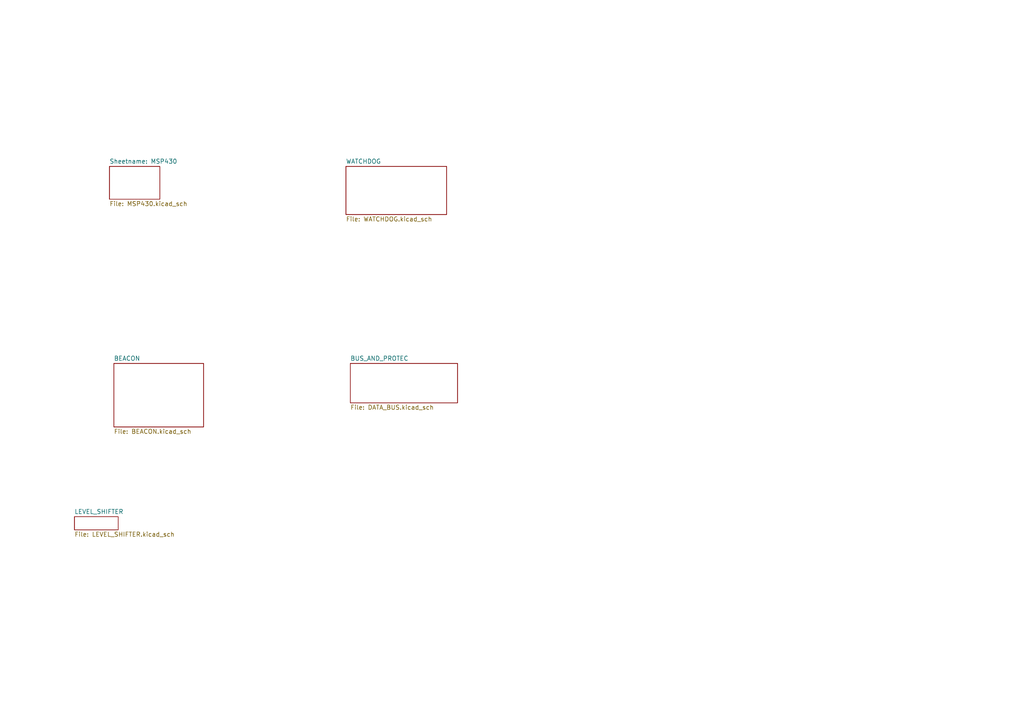
<source format=kicad_sch>
(kicad_sch
	(version 20231120)
	(generator "eeschema")
	(generator_version "8.0")
	(uuid "04a95c0c-1f2d-49e4-8823-3428ac263eb8")
	(paper "A4")
	(lib_symbols)
	(sheet
		(at 31.75 48.26)
		(size 14.605 9.525)
		(fields_autoplaced yes)
		(stroke
			(width 0.1524)
			(type solid)
		)
		(fill
			(color 0 0 0 0.0000)
		)
		(uuid "29b19617-a0de-4dbb-a0d0-bdecf21ca8e4")
		(property "Sheetname" "MSP430"
			(at 31.75 47.5484 0)
			(show_name yes)
			(effects
				(font
					(size 1.27 1.27)
				)
				(justify left bottom)
			)
		)
		(property "Sheetfile" "MSP430.kicad_sch"
			(at 31.75 58.3696 0)
			(effects
				(font
					(size 1.27 1.27)
				)
				(justify left top)
			)
		)
		(instances
			(project "PCB 2 MSP430 BUSMONITOR BEACON WATCHDOG DBUS PROTEC"
				(path "/04a95c0c-1f2d-49e4-8823-3428ac263eb8"
					(page "2")
				)
			)
		)
	)
	(sheet
		(at 21.59 149.86)
		(size 12.7 3.81)
		(fields_autoplaced yes)
		(stroke
			(width 0.1524)
			(type solid)
		)
		(fill
			(color 0 0 0 0.0000)
		)
		(uuid "55fc4a53-fbca-4483-b7a5-592bfe8034c3")
		(property "Sheetname" "LEVEL_SHIFTER"
			(at 21.59 149.1484 0)
			(effects
				(font
					(size 1.27 1.27)
				)
				(justify left bottom)
			)
		)
		(property "Sheetfile" "LEVEL_SHIFTER.kicad_sch"
			(at 21.59 154.2546 0)
			(effects
				(font
					(size 1.27 1.27)
				)
				(justify left top)
			)
		)
		(instances
			(project "PCB 2 MSP430 BUSMONITOR BEACON WATCHDOG DBUS PROTEC"
				(path "/04a95c0c-1f2d-49e4-8823-3428ac263eb8"
					(page "8")
				)
			)
		)
	)
	(sheet
		(at 33.02 105.41)
		(size 26.035 18.415)
		(fields_autoplaced yes)
		(stroke
			(width 0.1524)
			(type solid)
		)
		(fill
			(color 0 0 0 0.0000)
		)
		(uuid "c1c17ac6-111a-4d1f-bf6a-2db34c700432")
		(property "Sheetname" "BEACON"
			(at 33.02 104.6984 0)
			(effects
				(font
					(size 1.27 1.27)
				)
				(justify left bottom)
			)
		)
		(property "Sheetfile" "BEACON.kicad_sch"
			(at 33.02 124.4096 0)
			(effects
				(font
					(size 1.27 1.27)
				)
				(justify left top)
			)
		)
		(instances
			(project "PCB 2 MSP430 BUSMONITOR BEACON WATCHDOG DBUS PROTEC"
				(path "/04a95c0c-1f2d-49e4-8823-3428ac263eb8"
					(page "3")
				)
			)
		)
	)
	(sheet
		(at 101.6 105.41)
		(size 31.115 11.43)
		(fields_autoplaced yes)
		(stroke
			(width 0.1524)
			(type solid)
		)
		(fill
			(color 0 0 0 0.0000)
		)
		(uuid "d27be3f9-6033-4951-9896-36f1138da046")
		(property "Sheetname" "BUS_AND_PROTEC"
			(at 101.6 104.6984 0)
			(effects
				(font
					(size 1.27 1.27)
				)
				(justify left bottom)
			)
		)
		(property "Sheetfile" "DATA_BUS.kicad_sch"
			(at 101.6 117.4246 0)
			(effects
				(font
					(size 1.27 1.27)
				)
				(justify left top)
			)
		)
		(property "Field2" ""
			(at 101.6 105.41 0)
			(effects
				(font
					(size 1.27 1.27)
				)
				(hide yes)
			)
		)
		(instances
			(project "PCB 2 MSP430 BUSMONITOR BEACON WATCHDOG DBUS PROTEC"
				(path "/04a95c0c-1f2d-49e4-8823-3428ac263eb8"
					(page "5")
				)
			)
		)
	)
	(sheet
		(at 100.33 48.26)
		(size 29.21 13.97)
		(fields_autoplaced yes)
		(stroke
			(width 0.1524)
			(type solid)
		)
		(fill
			(color 0 0 0 0.0000)
		)
		(uuid "e1e4a250-dfe0-434b-9772-2ee5cbdca3c6")
		(property "Sheetname" "WATCHDOG"
			(at 100.33 47.5484 0)
			(effects
				(font
					(size 1.27 1.27)
				)
				(justify left bottom)
			)
		)
		(property "Sheetfile" "WATCHDOG.kicad_sch"
			(at 100.33 62.8146 0)
			(effects
				(font
					(size 1.27 1.27)
				)
				(justify left top)
			)
		)
		(instances
			(project "PCB 2 MSP430 BUSMONITOR BEACON WATCHDOG DBUS PROTEC"
				(path "/04a95c0c-1f2d-49e4-8823-3428ac263eb8"
					(page "4")
				)
			)
		)
	)
	(sheet_instances
		(path "/"
			(page "1")
		)
	)
)

</source>
